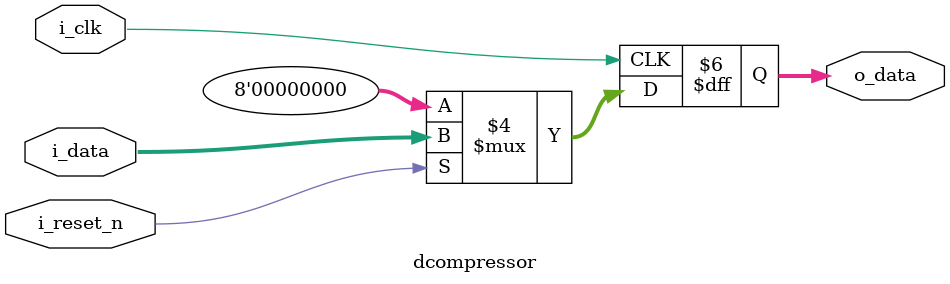
<source format=v>

`default_nettype none
`timescale 1ps/1ps

module dcompressor(
    input   wire    [0:0]   i_clk,
    input   wire    [0:0]   i_reset_n,
    input   wire    [7:0]   i_data,
    output  reg     [7:0]   o_data
);

always @(posedge i_clk) begin
    if(!i_reset_n) begin
        o_data <= 8'h00;
    end else begin
        o_data <= i_data;
    end
end

endmodule

</source>
